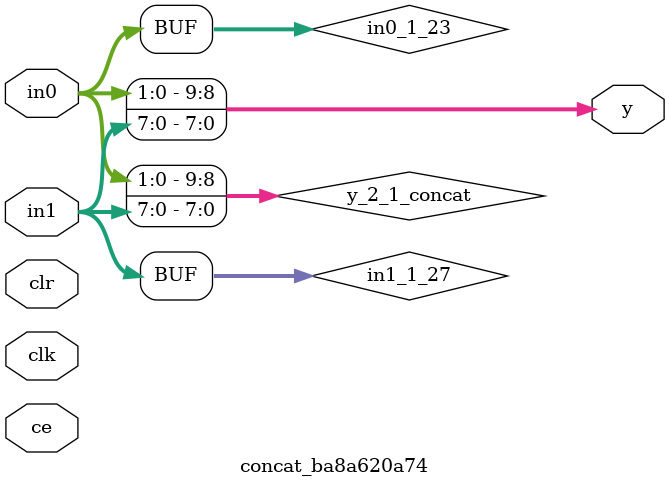
<source format=v>
module concat_ba8a620a74 (
  input [(2 - 1):0] in0,
  input [(8 - 1):0] in1,
  output [(10 - 1):0] y,
  input clk,
  input ce,
  input clr);
  wire [(2 - 1):0] in0_1_23;
  wire [(8 - 1):0] in1_1_27;
  wire [(10 - 1):0] y_2_1_concat;
  assign in0_1_23 = in0;
  assign in1_1_27 = in1;
  assign y_2_1_concat = {in0_1_23, in1_1_27};
  assign y = y_2_1_concat;
endmodule
</source>
